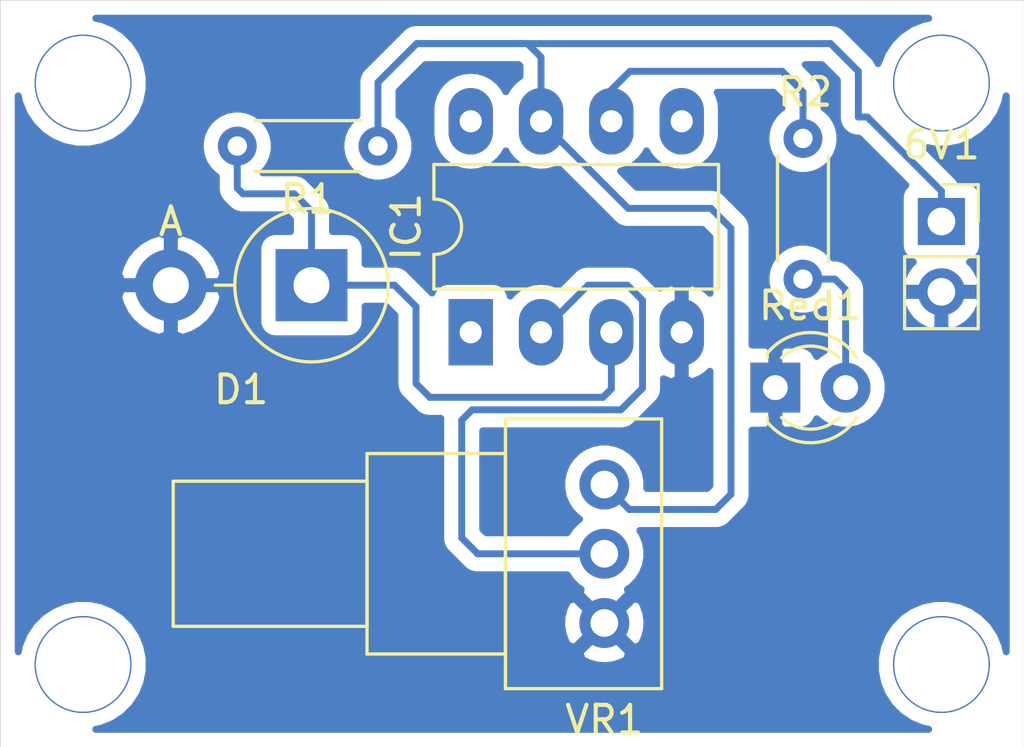
<source format=kicad_pcb>
(kicad_pcb (version 20171130) (host pcbnew "(5.1.12)-1")

  (general
    (thickness 1.6)
    (drawings 6)
    (tracks 53)
    (zones 0)
    (modules 7)
    (nets 10)
  )

  (page A4)
  (layers
    (0 F.Cu signal)
    (31 B.Cu signal)
    (32 B.Adhes user hide)
    (33 F.Adhes user hide)
    (34 B.Paste user hide)
    (35 F.Paste user hide)
    (36 B.SilkS user hide)
    (37 F.SilkS user)
    (38 B.Mask user)
    (39 F.Mask user hide)
    (40 Dwgs.User user hide)
    (41 Cmts.User user hide)
    (42 Eco1.User user hide)
    (43 Eco2.User user hide)
    (44 Edge.Cuts user hide)
    (45 Margin user hide)
    (46 B.CrtYd user hide)
    (47 F.CrtYd user hide)
    (48 B.Fab user)
    (49 F.Fab user)
  )

  (setup
    (last_trace_width 0.25)
    (trace_clearance 0.2)
    (zone_clearance 0.508)
    (zone_45_only no)
    (trace_min 0.2)
    (via_size 0.8)
    (via_drill 0.4)
    (via_min_size 0.4)
    (via_min_drill 0.3)
    (uvia_size 0.3)
    (uvia_drill 0.1)
    (uvias_allowed no)
    (uvia_min_size 0.2)
    (uvia_min_drill 0.1)
    (edge_width 0.05)
    (segment_width 0.2)
    (pcb_text_width 0.3)
    (pcb_text_size 1.5 1.5)
    (mod_edge_width 0.12)
    (mod_text_size 1 1)
    (mod_text_width 0.15)
    (pad_size 1.524 1.524)
    (pad_drill 0.762)
    (pad_to_mask_clearance 0)
    (aux_axis_origin 0 0)
    (visible_elements FFFFFF7F)
    (pcbplotparams
      (layerselection 0x010fc_ffffffff)
      (usegerberextensions false)
      (usegerberattributes true)
      (usegerberadvancedattributes true)
      (creategerberjobfile true)
      (excludeedgelayer true)
      (linewidth 0.100000)
      (plotframeref false)
      (viasonmask false)
      (mode 1)
      (useauxorigin false)
      (hpglpennumber 1)
      (hpglpenspeed 20)
      (hpglpendiameter 15.000000)
      (psnegative false)
      (psa4output false)
      (plotreference true)
      (plotvalue true)
      (plotinvisibletext false)
      (padsonsilk false)
      (subtractmaskfromsilk false)
      (outputformat 1)
      (mirror false)
      (drillshape 0)
      (scaleselection 1)
      (outputdirectory "Gerber/"))
  )

  (net 0 "")
  (net 1 Earth)
  (net 2 "Net-(6V1-Pad1)")
  (net 3 "Net-(D1-Pad1)")
  (net 4 "Net-(IC1-Pad8)")
  (net 5 "Net-(IC1-Pad6)")
  (net 6 "Net-(IC1-Pad2)")
  (net 7 "Net-(IC1-Pad5)")
  (net 8 "Net-(IC1-Pad1)")
  (net 9 "Net-(R2-Pad2)")

  (net_class Default "This is the default net class."
    (clearance 0.2)
    (trace_width 0.25)
    (via_dia 0.8)
    (via_drill 0.4)
    (uvia_dia 0.3)
    (uvia_drill 0.1)
    (add_net Earth)
    (add_net "Net-(6V1-Pad1)")
    (add_net "Net-(D1-Pad1)")
    (add_net "Net-(IC1-Pad1)")
    (add_net "Net-(IC1-Pad2)")
    (add_net "Net-(IC1-Pad5)")
    (add_net "Net-(IC1-Pad6)")
    (add_net "Net-(IC1-Pad8)")
    (add_net "Net-(R2-Pad2)")
  )

  (module Potentiometer_THT:Potentiometer_Alps_RK09Y11_Single_Horizontal (layer F.Cu) (tedit 5A3D4993) (tstamp 64DAAA3E)
    (at 119.825 87.5 180)
    (descr "Potentiometer, horizontal, Alps RK09Y11 Single, http://www.alps.com/prod/info/E/HTML/Potentiometer/RotaryPotentiometers/RK09Y11/RK09Y11_list.html")
    (tags "Potentiometer horizontal Alps RK09Y11 Single")
    (path /64DDE96F)
    (fp_text reference VR1 (at 0 -8.5) (layer F.SilkS)
      (effects (font (size 1 1) (thickness 0.15)))
    )
    (fp_text value 10K (at -3.175 0.5) (layer F.Fab)
      (effects (font (size 0.7 0.7) (thickness 0.15)))
    )
    (fp_text user %R (at 0.75 -2.5) (layer F.Fab)
      (effects (font (size 1 1) (thickness 0.15)))
    )
    (fp_line (start -1.95 -7.25) (end -1.95 2.25) (layer F.Fab) (width 0.1))
    (fp_line (start -1.95 2.25) (end 3.45 2.25) (layer F.Fab) (width 0.1))
    (fp_line (start 3.45 2.25) (end 3.45 -7.25) (layer F.Fab) (width 0.1))
    (fp_line (start 3.45 -7.25) (end -1.95 -7.25) (layer F.Fab) (width 0.1))
    (fp_line (start 3.45 -6) (end 3.45 1) (layer F.Fab) (width 0.1))
    (fp_line (start 3.45 1) (end 8.45 1) (layer F.Fab) (width 0.1))
    (fp_line (start 8.45 1) (end 8.45 -6) (layer F.Fab) (width 0.1))
    (fp_line (start 8.45 -6) (end 3.45 -6) (layer F.Fab) (width 0.1))
    (fp_line (start 8.45 -5) (end 8.45 0) (layer F.Fab) (width 0.1))
    (fp_line (start 8.45 0) (end 15.45 0) (layer F.Fab) (width 0.1))
    (fp_line (start 15.45 0) (end 15.45 -5) (layer F.Fab) (width 0.1))
    (fp_line (start 15.45 -5) (end 8.45 -5) (layer F.Fab) (width 0.1))
    (fp_line (start -2.071 -7.37) (end 3.57 -7.37) (layer F.SilkS) (width 0.12))
    (fp_line (start -2.071 2.37) (end 3.57 2.37) (layer F.SilkS) (width 0.12))
    (fp_line (start -2.071 -7.37) (end -2.071 2.37) (layer F.SilkS) (width 0.12))
    (fp_line (start 3.57 -7.37) (end 3.57 2.37) (layer F.SilkS) (width 0.12))
    (fp_line (start 3.57 -6.12) (end 8.57 -6.12) (layer F.SilkS) (width 0.12))
    (fp_line (start 3.57 1.12) (end 8.57 1.12) (layer F.SilkS) (width 0.12))
    (fp_line (start 3.57 -6.12) (end 3.57 1.12) (layer F.SilkS) (width 0.12))
    (fp_line (start 8.57 -6.12) (end 8.57 1.12) (layer F.SilkS) (width 0.12))
    (fp_line (start 8.57 -5.12) (end 15.57 -5.12) (layer F.SilkS) (width 0.12))
    (fp_line (start 8.57 0.12) (end 15.57 0.12) (layer F.SilkS) (width 0.12))
    (fp_line (start 8.57 -5.12) (end 8.57 0.12) (layer F.SilkS) (width 0.12))
    (fp_line (start 15.57 -5.12) (end 15.57 0.12) (layer F.SilkS) (width 0.12))
    (fp_line (start -2.2 -7.5) (end -2.2 2.5) (layer F.CrtYd) (width 0.05))
    (fp_line (start -2.2 2.5) (end 15.7 2.5) (layer F.CrtYd) (width 0.05))
    (fp_line (start 15.7 2.5) (end 15.7 -7.5) (layer F.CrtYd) (width 0.05))
    (fp_line (start 15.7 -7.5) (end -2.2 -7.5) (layer F.CrtYd) (width 0.05))
    (pad 1 thru_hole circle (at 0 0 180) (size 1.8 1.8) (drill 1) (layers *.Cu *.Mask)
      (net 2 "Net-(6V1-Pad1)"))
    (pad 2 thru_hole circle (at 0 -2.5 180) (size 1.8 1.8) (drill 1) (layers *.Cu *.Mask)
      (net 6 "Net-(IC1-Pad2)"))
    (pad 3 thru_hole circle (at 0 -5 180) (size 1.8 1.8) (drill 1) (layers *.Cu *.Mask)
      (net 1 Earth))
    (model ${KISYS3DMOD}/Potentiometer_THT.3dshapes/Potentiometer_Alps_RK09Y11_Single_Horizontal.wrl
      (at (xyz 0 0 0))
      (scale (xyz 1 1 1))
      (rotate (xyz 0 0 0))
    )
  )

  (module LED_THT:LED_D3.0mm (layer F.Cu) (tedit 587A3A7B) (tstamp 64DAAA1A)
    (at 126 84)
    (descr "LED, diameter 3.0mm, 2 pins")
    (tags "LED diameter 3.0mm 2 pins")
    (path /64DE0F06)
    (fp_text reference Red1 (at 1.27 -2.96) (layer F.SilkS)
      (effects (font (size 1 1) (thickness 0.15)))
    )
    (fp_text value LED (at 1.27 2.96) (layer F.Fab)
      (effects (font (size 0.7 0.7) (thickness 0.15)))
    )
    (fp_arc (start 1.27 0) (end 0.229039 1.08) (angle -87.9) (layer F.SilkS) (width 0.12))
    (fp_arc (start 1.27 0) (end 0.229039 -1.08) (angle 87.9) (layer F.SilkS) (width 0.12))
    (fp_arc (start 1.27 0) (end -0.29 1.235516) (angle -108.8) (layer F.SilkS) (width 0.12))
    (fp_arc (start 1.27 0) (end -0.29 -1.235516) (angle 108.8) (layer F.SilkS) (width 0.12))
    (fp_arc (start 1.27 0) (end -0.23 -1.16619) (angle 284.3) (layer F.Fab) (width 0.1))
    (fp_circle (center 1.27 0) (end 2.77 0) (layer F.Fab) (width 0.1))
    (fp_line (start -0.23 -1.16619) (end -0.23 1.16619) (layer F.Fab) (width 0.1))
    (fp_line (start -0.29 -1.236) (end -0.29 -1.08) (layer F.SilkS) (width 0.12))
    (fp_line (start -0.29 1.08) (end -0.29 1.236) (layer F.SilkS) (width 0.12))
    (fp_line (start -1.15 -2.25) (end -1.15 2.25) (layer F.CrtYd) (width 0.05))
    (fp_line (start -1.15 2.25) (end 3.7 2.25) (layer F.CrtYd) (width 0.05))
    (fp_line (start 3.7 2.25) (end 3.7 -2.25) (layer F.CrtYd) (width 0.05))
    (fp_line (start 3.7 -2.25) (end -1.15 -2.25) (layer F.CrtYd) (width 0.05))
    (pad 2 thru_hole circle (at 2.54 0) (size 1.8 1.8) (drill 0.9) (layers *.Cu *.Mask)
      (net 9 "Net-(R2-Pad2)"))
    (pad 1 thru_hole rect (at 0 0) (size 1.8 1.8) (drill 0.9) (layers *.Cu *.Mask)
      (net 1 Earth))
    (model ${KISYS3DMOD}/LED_THT.3dshapes/LED_D3.0mm.wrl
      (at (xyz 0 0 0))
      (scale (xyz 1 1 1))
      (rotate (xyz 0 0 0))
    )
  )

  (module Resistor_THT:R_Axial_DIN0204_L3.6mm_D1.6mm_P5.08mm_Horizontal (layer F.Cu) (tedit 5AE5139B) (tstamp 64DAAA07)
    (at 127 75 270)
    (descr "Resistor, Axial_DIN0204 series, Axial, Horizontal, pin pitch=5.08mm, 0.167W, length*diameter=3.6*1.6mm^2, http://cdn-reichelt.de/documents/datenblatt/B400/1_4W%23YAG.pdf")
    (tags "Resistor Axial_DIN0204 series Axial Horizontal pin pitch 5.08mm 0.167W length 3.6mm diameter 1.6mm")
    (path /64DDD536)
    (fp_text reference R2 (at -1.675 -0.075 180) (layer F.SilkS)
      (effects (font (size 1 1) (thickness 0.15)))
    )
    (fp_text value 100R (at 2.475 -1.875 90) (layer F.Fab)
      (effects (font (size 1 1) (thickness 0.15)))
    )
    (fp_text user %R (at 2 0 90) (layer F.Fab)
      (effects (font (size 0.72 0.72) (thickness 0.108)))
    )
    (fp_line (start 0.74 -0.8) (end 0.74 0.8) (layer F.Fab) (width 0.1))
    (fp_line (start 0.74 0.8) (end 4.34 0.8) (layer F.Fab) (width 0.1))
    (fp_line (start 4.34 0.8) (end 4.34 -0.8) (layer F.Fab) (width 0.1))
    (fp_line (start 4.34 -0.8) (end 0.74 -0.8) (layer F.Fab) (width 0.1))
    (fp_line (start 0 0) (end 0.74 0) (layer F.Fab) (width 0.1))
    (fp_line (start 5.08 0) (end 4.34 0) (layer F.Fab) (width 0.1))
    (fp_line (start 0.62 -0.92) (end 4.46 -0.92) (layer F.SilkS) (width 0.12))
    (fp_line (start 0.62 0.92) (end 4.46 0.92) (layer F.SilkS) (width 0.12))
    (fp_line (start -0.95 -1.05) (end -0.95 1.05) (layer F.CrtYd) (width 0.05))
    (fp_line (start -0.95 1.05) (end 6.03 1.05) (layer F.CrtYd) (width 0.05))
    (fp_line (start 6.03 1.05) (end 6.03 -1.05) (layer F.CrtYd) (width 0.05))
    (fp_line (start 6.03 -1.05) (end -0.95 -1.05) (layer F.CrtYd) (width 0.05))
    (pad 2 thru_hole oval (at 5.08 0 270) (size 1.4 1.4) (drill 0.7) (layers *.Cu *.Mask)
      (net 9 "Net-(R2-Pad2)"))
    (pad 1 thru_hole circle (at 0 0 270) (size 1.4 1.4) (drill 0.7) (layers *.Cu *.Mask)
      (net 5 "Net-(IC1-Pad6)"))
    (model ${KISYS3DMOD}/Resistor_THT.3dshapes/R_Axial_DIN0204_L3.6mm_D1.6mm_P5.08mm_Horizontal.wrl
      (at (xyz 0 0 0))
      (scale (xyz 1 1 1))
      (rotate (xyz 0 0 0))
    )
  )

  (module Resistor_THT:R_Axial_DIN0204_L3.6mm_D1.6mm_P5.08mm_Horizontal (layer F.Cu) (tedit 5AE5139B) (tstamp 64DAA9F4)
    (at 111.65 75.275 180)
    (descr "Resistor, Axial_DIN0204 series, Axial, Horizontal, pin pitch=5.08mm, 0.167W, length*diameter=3.6*1.6mm^2, http://cdn-reichelt.de/documents/datenblatt/B400/1_4W%23YAG.pdf")
    (tags "Resistor Axial_DIN0204 series Axial Horizontal pin pitch 5.08mm 0.167W length 3.6mm diameter 1.6mm")
    (path /64DDB948)
    (fp_text reference R1 (at 2.54 -1.92) (layer F.SilkS)
      (effects (font (size 1 1) (thickness 0.15)))
    )
    (fp_text value 330R (at 2.54 1.92) (layer F.Fab)
      (effects (font (size 1 1) (thickness 0.15)))
    )
    (fp_text user %R (at 2.54 0) (layer F.Fab)
      (effects (font (size 0.72 0.72) (thickness 0.108)))
    )
    (fp_line (start 0.74 -0.8) (end 0.74 0.8) (layer F.Fab) (width 0.1))
    (fp_line (start 0.74 0.8) (end 4.34 0.8) (layer F.Fab) (width 0.1))
    (fp_line (start 4.34 0.8) (end 4.34 -0.8) (layer F.Fab) (width 0.1))
    (fp_line (start 4.34 -0.8) (end 0.74 -0.8) (layer F.Fab) (width 0.1))
    (fp_line (start 0 0) (end 0.74 0) (layer F.Fab) (width 0.1))
    (fp_line (start 5.08 0) (end 4.34 0) (layer F.Fab) (width 0.1))
    (fp_line (start 0.62 -0.92) (end 4.46 -0.92) (layer F.SilkS) (width 0.12))
    (fp_line (start 0.62 0.92) (end 4.46 0.92) (layer F.SilkS) (width 0.12))
    (fp_line (start -0.95 -1.05) (end -0.95 1.05) (layer F.CrtYd) (width 0.05))
    (fp_line (start -0.95 1.05) (end 6.03 1.05) (layer F.CrtYd) (width 0.05))
    (fp_line (start 6.03 1.05) (end 6.03 -1.05) (layer F.CrtYd) (width 0.05))
    (fp_line (start 6.03 -1.05) (end -0.95 -1.05) (layer F.CrtYd) (width 0.05))
    (pad 2 thru_hole oval (at 5.08 0 180) (size 1.4 1.4) (drill 0.7) (layers *.Cu *.Mask)
      (net 3 "Net-(D1-Pad1)"))
    (pad 1 thru_hole circle (at 0 0 180) (size 1.4 1.4) (drill 0.7) (layers *.Cu *.Mask)
      (net 2 "Net-(6V1-Pad1)"))
    (model ${KISYS3DMOD}/Resistor_THT.3dshapes/R_Axial_DIN0204_L3.6mm_D1.6mm_P5.08mm_Horizontal.wrl
      (at (xyz 0 0 0))
      (scale (xyz 1 1 1))
      (rotate (xyz 0 0 0))
    )
  )

  (module Package_DIP:DIP-8_W7.62mm_LongPads (layer F.Cu) (tedit 5A02E8C5) (tstamp 64DAA9E1)
    (at 115 82 90)
    (descr "8-lead though-hole mounted DIP package, row spacing 7.62 mm (300 mils), LongPads")
    (tags "THT DIP DIL PDIP 2.54mm 7.62mm 300mil LongPads")
    (path /64DDD863)
    (fp_text reference IC1 (at 3.81 -2.33 90) (layer F.SilkS)
      (effects (font (size 1 1) (thickness 0.15)))
    )
    (fp_text value CA3140 (at 3.81 9.95 90) (layer F.Fab)
      (effects (font (size 1 1) (thickness 0.15)))
    )
    (fp_text user %R (at 3.81 3.81 90) (layer F.Fab)
      (effects (font (size 1 1) (thickness 0.15)))
    )
    (fp_arc (start 3.81 -1.33) (end 2.81 -1.33) (angle -180) (layer F.SilkS) (width 0.12))
    (fp_line (start 1.635 -1.27) (end 6.985 -1.27) (layer F.Fab) (width 0.1))
    (fp_line (start 6.985 -1.27) (end 6.985 8.89) (layer F.Fab) (width 0.1))
    (fp_line (start 6.985 8.89) (end 0.635 8.89) (layer F.Fab) (width 0.1))
    (fp_line (start 0.635 8.89) (end 0.635 -0.27) (layer F.Fab) (width 0.1))
    (fp_line (start 0.635 -0.27) (end 1.635 -1.27) (layer F.Fab) (width 0.1))
    (fp_line (start 2.81 -1.33) (end 1.56 -1.33) (layer F.SilkS) (width 0.12))
    (fp_line (start 1.56 -1.33) (end 1.56 8.95) (layer F.SilkS) (width 0.12))
    (fp_line (start 1.56 8.95) (end 6.06 8.95) (layer F.SilkS) (width 0.12))
    (fp_line (start 6.06 8.95) (end 6.06 -1.33) (layer F.SilkS) (width 0.12))
    (fp_line (start 6.06 -1.33) (end 4.81 -1.33) (layer F.SilkS) (width 0.12))
    (fp_line (start -1.45 -1.55) (end -1.45 9.15) (layer F.CrtYd) (width 0.05))
    (fp_line (start -1.45 9.15) (end 9.1 9.15) (layer F.CrtYd) (width 0.05))
    (fp_line (start 9.1 9.15) (end 9.1 -1.55) (layer F.CrtYd) (width 0.05))
    (fp_line (start 9.1 -1.55) (end -1.45 -1.55) (layer F.CrtYd) (width 0.05))
    (pad 8 thru_hole oval (at 7.62 0 90) (size 2.4 1.6) (drill 0.8) (layers *.Cu *.Mask)
      (net 4 "Net-(IC1-Pad8)"))
    (pad 4 thru_hole oval (at 0 7.62 90) (size 2.4 1.6) (drill 0.8) (layers *.Cu *.Mask)
      (net 1 Earth))
    (pad 7 thru_hole oval (at 7.62 2.54 90) (size 2.4 1.6) (drill 0.8) (layers *.Cu *.Mask)
      (net 2 "Net-(6V1-Pad1)"))
    (pad 3 thru_hole oval (at 0 5.08 90) (size 2.4 1.6) (drill 0.8) (layers *.Cu *.Mask)
      (net 3 "Net-(D1-Pad1)"))
    (pad 6 thru_hole oval (at 7.62 5.08 90) (size 2.4 1.6) (drill 0.8) (layers *.Cu *.Mask)
      (net 5 "Net-(IC1-Pad6)"))
    (pad 2 thru_hole oval (at 0 2.54 90) (size 2.4 1.6) (drill 0.8) (layers *.Cu *.Mask)
      (net 6 "Net-(IC1-Pad2)"))
    (pad 5 thru_hole oval (at 7.62 7.62 90) (size 2.4 1.6) (drill 0.8) (layers *.Cu *.Mask)
      (net 7 "Net-(IC1-Pad5)"))
    (pad 1 thru_hole rect (at 0 0 90) (size 2.4 1.6) (drill 0.8) (layers *.Cu *.Mask)
      (net 8 "Net-(IC1-Pad1)"))
    (model ${KISYS3DMOD}/Package_DIP.3dshapes/DIP-8_W7.62mm.wrl
      (at (xyz 0 0 0))
      (scale (xyz 1 1 1))
      (rotate (xyz 0 0 0))
    )
  )

  (module Diode_THT:D_DO-201AE_P5.08mm_Vertical_AnodeUp (layer F.Cu) (tedit 5AE50CD5) (tstamp 64DAA9C5)
    (at 109.25 80.3 180)
    (descr "Diode, DO-201AE series, Axial, Vertical, pin pitch=5.08mm, , length*diameter=9*5.3mm^2, , http://www.farnell.com/datasheets/529758.pdf")
    (tags "Diode DO-201AE series Axial Vertical pin pitch 5.08mm  length 9mm diameter 5.3mm")
    (path /64DDFE1E)
    (fp_text reference D1 (at 2.54 -3.77) (layer F.SilkS)
      (effects (font (size 1 1) (thickness 0.15)))
    )
    (fp_text value D_Zener_Small_ALT (at 2.54 3.77) (layer F.Fab)
      (effects (font (size 0.7 0.7) (thickness 0.15)))
    )
    (fp_text user A (at 5.08 2.3) (layer F.SilkS)
      (effects (font (size 1 1) (thickness 0.15)))
    )
    (fp_text user A (at 5.08 2.3) (layer F.Fab)
      (effects (font (size 1 1) (thickness 0.15)))
    )
    (fp_text user %R (at 2.54 -3.77) (layer F.Fab)
      (effects (font (size 1 1) (thickness 0.15)))
    )
    (fp_circle (center 0 0) (end 2.65 0) (layer F.Fab) (width 0.1))
    (fp_circle (center 0 0) (end 2.77 0) (layer F.SilkS) (width 0.12))
    (fp_line (start 0 0) (end 5.08 0) (layer F.Fab) (width 0.1))
    (fp_line (start 2.77 0) (end 3.48 0) (layer F.SilkS) (width 0.12))
    (fp_line (start -2.9 -2.9) (end -2.9 2.9) (layer F.CrtYd) (width 0.05))
    (fp_line (start -2.9 2.9) (end 6.64 2.9) (layer F.CrtYd) (width 0.05))
    (fp_line (start 6.64 2.9) (end 6.64 -2.9) (layer F.CrtYd) (width 0.05))
    (fp_line (start 6.64 -2.9) (end -2.9 -2.9) (layer F.CrtYd) (width 0.05))
    (pad 2 thru_hole oval (at 5.08 0 180) (size 2.6 2.6) (drill 1.3) (layers *.Cu *.Mask)
      (net 1 Earth))
    (pad 1 thru_hole rect (at 0 0 180) (size 2.6 2.6) (drill 1.3) (layers *.Cu *.Mask)
      (net 3 "Net-(D1-Pad1)"))
    (model ${KISYS3DMOD}/Diode_THT.3dshapes/D_DO-201AE_P5.08mm_Vertical_AnodeUp.wrl
      (at (xyz 0 0 0))
      (scale (xyz 1 1 1))
      (rotate (xyz 0 0 0))
    )
  )

  (module Connector_PinSocket_2.54mm:PinSocket_1x02_P2.54mm_Vertical (layer F.Cu) (tedit 5A19A420) (tstamp 64DAA9B4)
    (at 132 78)
    (descr "Through hole straight socket strip, 1x02, 2.54mm pitch, single row (from Kicad 4.0.7), script generated")
    (tags "Through hole socket strip THT 1x02 2.54mm single row")
    (path /64DE1CDA)
    (fp_text reference 6V1 (at 0 -2.77) (layer F.SilkS)
      (effects (font (size 1 1) (thickness 0.15)))
    )
    (fp_text value Battery (at 0 5.31) (layer F.Fab)
      (effects (font (size 0.7 0.7) (thickness 0.15)))
    )
    (fp_text user %R (at 1.2 1.825 90) (layer F.Fab)
      (effects (font (size 1 1) (thickness 0.15)))
    )
    (fp_line (start -1.27 -1.27) (end 0.635 -1.27) (layer F.Fab) (width 0.1))
    (fp_line (start 0.635 -1.27) (end 1.27 -0.635) (layer F.Fab) (width 0.1))
    (fp_line (start 1.27 -0.635) (end 1.27 3.81) (layer F.Fab) (width 0.1))
    (fp_line (start 1.27 3.81) (end -1.27 3.81) (layer F.Fab) (width 0.1))
    (fp_line (start -1.27 3.81) (end -1.27 -1.27) (layer F.Fab) (width 0.1))
    (fp_line (start -1.33 1.27) (end 1.33 1.27) (layer F.SilkS) (width 0.12))
    (fp_line (start -1.33 1.27) (end -1.33 3.87) (layer F.SilkS) (width 0.12))
    (fp_line (start -1.33 3.87) (end 1.33 3.87) (layer F.SilkS) (width 0.12))
    (fp_line (start 1.33 1.27) (end 1.33 3.87) (layer F.SilkS) (width 0.12))
    (fp_line (start 1.33 -1.33) (end 1.33 0) (layer F.SilkS) (width 0.12))
    (fp_line (start 0 -1.33) (end 1.33 -1.33) (layer F.SilkS) (width 0.12))
    (fp_line (start -1.8 -1.8) (end 1.75 -1.8) (layer F.CrtYd) (width 0.05))
    (fp_line (start 1.75 -1.8) (end 1.75 4.3) (layer F.CrtYd) (width 0.05))
    (fp_line (start 1.75 4.3) (end -1.8 4.3) (layer F.CrtYd) (width 0.05))
    (fp_line (start -1.8 4.3) (end -1.8 -1.8) (layer F.CrtYd) (width 0.05))
    (pad 2 thru_hole oval (at 0 2.54) (size 1.7 1.7) (drill 1) (layers *.Cu *.Mask)
      (net 1 Earth))
    (pad 1 thru_hole rect (at 0 0) (size 1.7 1.7) (drill 1) (layers *.Cu *.Mask)
      (net 2 "Net-(6V1-Pad1)"))
    (model ${KISYS3DMOD}/Connector_PinSocket_2.54mm.3dshapes/PinSocket_1x02_P2.54mm_Vertical.wrl
      (at (xyz 0 0 0))
      (scale (xyz 1 1 1))
      (rotate (xyz 0 0 0))
    )
  )

  (gr_line (start -19.125 25.175) (end -17.125 25.175) (layer Edge.Cuts) (width 0.05) (tstamp 64DA1CB2))
  (gr_line (start 98 70) (end 99 70) (layer Edge.Cuts) (width 0.05) (tstamp 64DAB60C))
  (gr_line (start 98 97) (end 98 70) (layer Edge.Cuts) (width 0.05))
  (gr_line (start 135 97) (end 98 97) (layer Edge.Cuts) (width 0.05))
  (gr_line (start 135 70) (end 135 97) (layer Edge.Cuts) (width 0.05))
  (gr_line (start 99 70) (end 135 70) (layer Edge.Cuts) (width 0.05))

  (via (at 101 73) (size 3.5) (drill 3.4) (layers F.Cu B.Cu) (net 0))
  (via (at 101 94) (size 3.5) (drill 3.4) (layers F.Cu B.Cu) (net 0) (tstamp 64DA1CB3))
  (via (at 132 94) (size 3.5) (drill 3.4) (layers F.Cu B.Cu) (net 0) (tstamp 64DA1CB3))
  (via (at 132 73) (size 3.5) (drill 3.4) (layers F.Cu B.Cu) (net 0) (tstamp 64DA1CB3))
  (segment (start 111.65 75.275) (end 111.65 72.975) (width 0.25) (layer B.Cu) (net 2))
  (segment (start 111.65 72.975) (end 112.775 71.85) (width 0.25) (layer B.Cu) (net 2))
  (segment (start 113.05 71.575) (end 112.775 71.85) (width 0.25) (layer B.Cu) (net 2))
  (segment (start 117.54 72.065) (end 117.54 74.38) (width 0.25) (layer B.Cu) (net 2))
  (segment (start 117.05 71.575) (end 117.54 72.065) (width 0.25) (layer B.Cu) (net 2))
  (segment (start 113.05 71.575) (end 117.05 71.575) (width 0.25) (layer B.Cu) (net 2))
  (segment (start 120.724999 88.399999) (end 119.825 87.5) (width 0.25) (layer B.Cu) (net 2))
  (segment (start 117.54 74.38) (end 120.685 77.525) (width 0.25) (layer B.Cu) (net 2))
  (segment (start 120.685 77.525) (end 123.675 77.525) (width 0.25) (layer B.Cu) (net 2))
  (segment (start 123.675 77.525) (end 124.4 78.25) (width 0.25) (layer B.Cu) (net 2))
  (segment (start 123.85 88.4) (end 120.724999 88.399999) (width 0.25) (layer B.Cu) (net 2))
  (segment (start 124.4 87.85) (end 123.85 88.4) (width 0.25) (layer B.Cu) (net 2))
  (segment (start 124.4 78.25) (end 124.4 87.85) (width 0.25) (layer B.Cu) (net 2))
  (segment (start 129.325 74.225) (end 132 76.9) (width 0.25) (layer B.Cu) (net 2))
  (segment (start 129 74.225) (end 129.325 74.225) (width 0.25) (layer B.Cu) (net 2))
  (segment (start 129 72.575) (end 129 74.225) (width 0.25) (layer B.Cu) (net 2))
  (segment (start 128 71.575) (end 129 72.575) (width 0.25) (layer B.Cu) (net 2))
  (segment (start 132 76.9) (end 132 78) (width 0.25) (layer B.Cu) (net 2))
  (segment (start 113.05 71.575) (end 128 71.575) (width 0.25) (layer B.Cu) (net 2))
  (segment (start 109.25 80.3) (end 109.25 77.625) (width 0.25) (layer B.Cu) (net 3))
  (segment (start 109.25 77.625) (end 108.625 77) (width 0.25) (layer B.Cu) (net 3))
  (segment (start 108.625 77) (end 106.775 77) (width 0.25) (layer B.Cu) (net 3))
  (segment (start 106.57 76.795) (end 106.57 75.275) (width 0.25) (layer B.Cu) (net 3))
  (segment (start 106.775 77) (end 106.57 76.795) (width 0.25) (layer B.Cu) (net 3))
  (segment (start 109.25 80.3) (end 112.25 80.3) (width 0.25) (layer B.Cu) (net 3))
  (segment (start 112.25 80.3) (end 113.025 81.075) (width 0.25) (layer B.Cu) (net 3))
  (segment (start 113.025 81.075) (end 113.025 83.85) (width 0.25) (layer B.Cu) (net 3))
  (segment (start 113.025 83.85) (end 113.525 84.35) (width 0.25) (layer B.Cu) (net 3))
  (segment (start 113.525 84.35) (end 119.775 84.35) (width 0.25) (layer B.Cu) (net 3))
  (segment (start 120.08 84.045) (end 120.08 82) (width 0.25) (layer B.Cu) (net 3))
  (segment (start 119.775 84.35) (end 120.08 84.045) (width 0.25) (layer B.Cu) (net 3))
  (segment (start 120.08 74.38) (end 120.08 73.245) (width 0.25) (layer B.Cu) (net 5))
  (segment (start 120.08 73.245) (end 120.75 72.575) (width 0.25) (layer B.Cu) (net 5))
  (segment (start 120.75 72.575) (end 126.25 72.575) (width 0.25) (layer B.Cu) (net 5))
  (segment (start 127 73.325) (end 127 75) (width 0.25) (layer B.Cu) (net 5))
  (segment (start 126.25 72.575) (end 127 73.325) (width 0.25) (layer B.Cu) (net 5))
  (segment (start 115.25 90) (end 119.825 90) (width 0.25) (layer B.Cu) (net 6))
  (segment (start 114.675 89.425) (end 115.25 90) (width 0.25) (layer B.Cu) (net 6))
  (segment (start 114.675 85.175) (end 114.675 89.425) (width 0.25) (layer B.Cu) (net 6))
  (segment (start 115.04999 84.80001) (end 114.675 85.175) (width 0.25) (layer B.Cu) (net 6))
  (segment (start 120.42499 84.80001) (end 115.04999 84.80001) (width 0.25) (layer B.Cu) (net 6))
  (segment (start 121.20501 84.01999) (end 120.42499 84.80001) (width 0.25) (layer B.Cu) (net 6))
  (segment (start 121.20501 80.844026) (end 121.20501 84.01999) (width 0.25) (layer B.Cu) (net 6))
  (segment (start 120.660984 80.3) (end 121.20501 80.844026) (width 0.25) (layer B.Cu) (net 6))
  (segment (start 119.24 80.3) (end 120.660984 80.3) (width 0.25) (layer B.Cu) (net 6))
  (segment (start 117.54 82) (end 119.24 80.3) (width 0.25) (layer B.Cu) (net 6))
  (segment (start 128.155 80.08) (end 127 80.08) (width 0.25) (layer B.Cu) (net 9))
  (segment (start 128.54 80.465) (end 128.155 80.08) (width 0.25) (layer B.Cu) (net 9))
  (segment (start 128.54 84) (end 128.54 80.465) (width 0.25) (layer B.Cu) (net 9))

  (zone (net 1) (net_name Earth) (layer B.Cu) (tstamp 64DAB6CC) (hatch edge 0.508)
    (connect_pads (clearance 0.508))
    (min_thickness 0.254)
    (fill yes (arc_segments 32) (thermal_gap 0.508) (thermal_bridge_width 0.508))
    (polygon
      (pts
        (xy 135 97) (xy 98 97) (xy 98 70) (xy 135 70)
      )
    )
    (filled_polygon
      (pts
        (xy 131.304321 70.706654) (xy 130.870279 70.88644) (xy 130.479651 71.14745) (xy 130.14745 71.479651) (xy 129.88644 71.870279)
        (xy 129.709791 72.296747) (xy 129.705546 72.282753) (xy 129.634974 72.150724) (xy 129.563799 72.063997) (xy 129.540001 72.034999)
        (xy 129.511003 72.011201) (xy 128.563804 71.064002) (xy 128.540001 71.034999) (xy 128.424276 70.940026) (xy 128.292247 70.869454)
        (xy 128.148986 70.825997) (xy 128.037333 70.815) (xy 128.037322 70.815) (xy 128 70.811324) (xy 127.962678 70.815)
        (xy 117.087322 70.815) (xy 117.05 70.811324) (xy 117.012678 70.815) (xy 113.087325 70.815) (xy 113.05 70.811324)
        (xy 113.012675 70.815) (xy 113.012667 70.815) (xy 112.901014 70.825997) (xy 112.757753 70.869454) (xy 112.625724 70.940026)
        (xy 112.509999 71.034999) (xy 112.486196 71.064003) (xy 112.264003 71.286196) (xy 112.263997 71.286201) (xy 111.138998 72.411201)
        (xy 111.11 72.434999) (xy 111.086202 72.463997) (xy 111.086201 72.463998) (xy 111.015026 72.550724) (xy 110.944454 72.682754)
        (xy 110.931947 72.723986) (xy 110.904642 72.814003) (xy 110.900998 72.826015) (xy 110.886324 72.975) (xy 110.890001 73.012332)
        (xy 110.89 74.177225) (xy 110.798987 74.238038) (xy 110.613038 74.423987) (xy 110.466939 74.642641) (xy 110.366304 74.885595)
        (xy 110.315 75.143514) (xy 110.315 75.406486) (xy 110.366304 75.664405) (xy 110.466939 75.907359) (xy 110.613038 76.126013)
        (xy 110.798987 76.311962) (xy 111.017641 76.458061) (xy 111.260595 76.558696) (xy 111.518514 76.61) (xy 111.781486 76.61)
        (xy 112.039405 76.558696) (xy 112.282359 76.458061) (xy 112.501013 76.311962) (xy 112.686962 76.126013) (xy 112.833061 75.907359)
        (xy 112.933696 75.664405) (xy 112.985 75.406486) (xy 112.985 75.143514) (xy 112.933696 74.885595) (xy 112.833061 74.642641)
        (xy 112.686962 74.423987) (xy 112.501013 74.238038) (xy 112.41 74.177225) (xy 112.41 73.289801) (xy 113.338799 72.361003)
        (xy 113.338804 72.360997) (xy 113.364801 72.335) (xy 116.735199 72.335) (xy 116.78 72.379801) (xy 116.78 72.759099)
        (xy 116.738899 72.781068) (xy 116.520392 72.960393) (xy 116.341068 73.1789) (xy 116.27 73.311858) (xy 116.198932 73.178899)
        (xy 116.019607 72.960392) (xy 115.8011 72.781068) (xy 115.551807 72.647818) (xy 115.281308 72.565764) (xy 115 72.538057)
        (xy 114.718691 72.565764) (xy 114.448192 72.647818) (xy 114.198899 72.781068) (xy 113.980392 72.960393) (xy 113.801068 73.1789)
        (xy 113.667818 73.428193) (xy 113.585764 73.698692) (xy 113.565 73.909509) (xy 113.565 74.850492) (xy 113.585764 75.061309)
        (xy 113.667818 75.331808) (xy 113.801068 75.581101) (xy 113.980393 75.799608) (xy 114.1989 75.978932) (xy 114.448193 76.112182)
        (xy 114.718692 76.194236) (xy 115 76.221943) (xy 115.281309 76.194236) (xy 115.551808 76.112182) (xy 115.801101 75.978932)
        (xy 116.019608 75.799608) (xy 116.198932 75.581101) (xy 116.27 75.448142) (xy 116.341068 75.581101) (xy 116.520393 75.799608)
        (xy 116.7389 75.978932) (xy 116.988193 76.112182) (xy 117.258692 76.194236) (xy 117.54 76.221943) (xy 117.821309 76.194236)
        (xy 118.091808 76.112182) (xy 118.160607 76.075408) (xy 120.1212 78.036002) (xy 120.144999 78.065001) (xy 120.260724 78.159974)
        (xy 120.392753 78.230546) (xy 120.536014 78.274003) (xy 120.647667 78.285) (xy 120.647675 78.285) (xy 120.685 78.288676)
        (xy 120.722325 78.285) (xy 123.360199 78.285) (xy 123.64 78.564802) (xy 123.64 80.592508) (xy 123.544895 80.4955)
        (xy 123.311646 80.336285) (xy 123.051818 80.225633) (xy 122.969039 80.208096) (xy 122.747 80.330085) (xy 122.747 81.873)
        (xy 122.767 81.873) (xy 122.767 82.127) (xy 122.747 82.127) (xy 122.747 83.669915) (xy 122.969039 83.791904)
        (xy 123.051818 83.774367) (xy 123.311646 83.663715) (xy 123.544895 83.5045) (xy 123.640001 83.407492) (xy 123.640001 87.535197)
        (xy 123.535197 87.640001) (xy 121.36 87.639999) (xy 121.36 87.348816) (xy 121.301011 87.052257) (xy 121.185299 86.772905)
        (xy 121.017312 86.521495) (xy 120.803505 86.307688) (xy 120.552095 86.139701) (xy 120.272743 86.023989) (xy 119.976184 85.965)
        (xy 119.673816 85.965) (xy 119.377257 86.023989) (xy 119.097905 86.139701) (xy 118.846495 86.307688) (xy 118.632688 86.521495)
        (xy 118.464701 86.772905) (xy 118.348989 87.052257) (xy 118.29 87.348816) (xy 118.29 87.651184) (xy 118.348989 87.947743)
        (xy 118.464701 88.227095) (xy 118.632688 88.478505) (xy 118.846495 88.692312) (xy 118.932831 88.75) (xy 118.846495 88.807688)
        (xy 118.632688 89.021495) (xy 118.486687 89.24) (xy 115.564802 89.24) (xy 115.435 89.110199) (xy 115.435 85.56001)
        (xy 120.387668 85.56001) (xy 120.42499 85.563686) (xy 120.462312 85.56001) (xy 120.462323 85.56001) (xy 120.573976 85.549013)
        (xy 120.717237 85.505556) (xy 120.849266 85.434984) (xy 120.964991 85.340011) (xy 120.988793 85.311008) (xy 121.716012 84.583789)
        (xy 121.745011 84.559991) (xy 121.839984 84.444266) (xy 121.910556 84.312237) (xy 121.954013 84.168976) (xy 121.96501 84.057323)
        (xy 121.96501 84.057313) (xy 121.968686 84.01999) (xy 121.96501 83.982667) (xy 121.96501 83.679326) (xy 122.188182 83.774367)
        (xy 122.270961 83.791904) (xy 122.493 83.669915) (xy 122.493 82.127) (xy 122.473 82.127) (xy 122.473 81.873)
        (xy 122.493 81.873) (xy 122.493 80.330085) (xy 122.270961 80.208096) (xy 122.188182 80.225633) (xy 121.928354 80.336285)
        (xy 121.82781 80.404916) (xy 121.768809 80.333023) (xy 121.745011 80.304025) (xy 121.716013 80.280228) (xy 121.224787 79.789002)
        (xy 121.200985 79.759999) (xy 121.08526 79.665026) (xy 120.953231 79.594454) (xy 120.80997 79.550997) (xy 120.698317 79.54)
        (xy 120.698306 79.54) (xy 120.660984 79.536324) (xy 120.623662 79.54) (xy 119.277322 79.54) (xy 119.239999 79.536324)
        (xy 119.202676 79.54) (xy 119.202667 79.54) (xy 119.091014 79.550997) (xy 118.947753 79.594454) (xy 118.815723 79.665026)
        (xy 118.732083 79.733668) (xy 118.699999 79.759999) (xy 118.676201 79.788997) (xy 118.160606 80.304592) (xy 118.091807 80.267818)
        (xy 117.821308 80.185764) (xy 117.54 80.158057) (xy 117.258691 80.185764) (xy 116.988192 80.267818) (xy 116.738899 80.401068)
        (xy 116.520392 80.580393) (xy 116.427581 80.693483) (xy 116.425812 80.675518) (xy 116.389502 80.55582) (xy 116.330537 80.445506)
        (xy 116.251185 80.348815) (xy 116.154494 80.269463) (xy 116.04418 80.210498) (xy 115.924482 80.174188) (xy 115.8 80.161928)
        (xy 114.2 80.161928) (xy 114.075518 80.174188) (xy 113.95582 80.210498) (xy 113.845506 80.269463) (xy 113.748815 80.348815)
        (xy 113.669463 80.445506) (xy 113.610498 80.55582) (xy 113.602831 80.581095) (xy 113.588799 80.563997) (xy 113.565001 80.534999)
        (xy 113.536004 80.511202) (xy 112.813803 79.789002) (xy 112.790001 79.759999) (xy 112.674276 79.665026) (xy 112.542247 79.594454)
        (xy 112.398986 79.550997) (xy 112.287333 79.54) (xy 112.287322 79.54) (xy 112.25 79.536324) (xy 112.212678 79.54)
        (xy 111.188072 79.54) (xy 111.188072 79) (xy 111.175812 78.875518) (xy 111.139502 78.75582) (xy 111.080537 78.645506)
        (xy 111.001185 78.548815) (xy 110.904494 78.469463) (xy 110.79418 78.410498) (xy 110.674482 78.374188) (xy 110.55 78.361928)
        (xy 110.01 78.361928) (xy 110.01 77.662322) (xy 110.013676 77.624999) (xy 110.01 77.587676) (xy 110.01 77.587667)
        (xy 109.999003 77.476014) (xy 109.955546 77.332753) (xy 109.884974 77.200724) (xy 109.842513 77.148985) (xy 109.813799 77.113996)
        (xy 109.813795 77.113992) (xy 109.790001 77.084999) (xy 109.761008 77.061205) (xy 109.188803 76.489002) (xy 109.165001 76.459999)
        (xy 109.049276 76.365026) (xy 108.917247 76.294454) (xy 108.773986 76.250997) (xy 108.662333 76.24) (xy 108.662322 76.24)
        (xy 108.625 76.236324) (xy 108.587678 76.24) (xy 107.492975 76.24) (xy 107.606962 76.126013) (xy 107.753061 75.907359)
        (xy 107.853696 75.664405) (xy 107.905 75.406486) (xy 107.905 75.143514) (xy 107.853696 74.885595) (xy 107.753061 74.642641)
        (xy 107.606962 74.423987) (xy 107.421013 74.238038) (xy 107.202359 74.091939) (xy 106.959405 73.991304) (xy 106.701486 73.94)
        (xy 106.438514 73.94) (xy 106.180595 73.991304) (xy 105.937641 74.091939) (xy 105.718987 74.238038) (xy 105.533038 74.423987)
        (xy 105.386939 74.642641) (xy 105.286304 74.885595) (xy 105.235 75.143514) (xy 105.235 75.406486) (xy 105.286304 75.664405)
        (xy 105.386939 75.907359) (xy 105.533038 76.126013) (xy 105.718987 76.311962) (xy 105.81 76.372775) (xy 105.81 76.757677)
        (xy 105.806324 76.795) (xy 105.81 76.832322) (xy 105.81 76.832332) (xy 105.820997 76.943985) (xy 105.852848 77.048985)
        (xy 105.864454 77.087246) (xy 105.935026 77.219276) (xy 105.974871 77.267826) (xy 106.029999 77.335001) (xy 106.059003 77.358804)
        (xy 106.211196 77.510997) (xy 106.234999 77.540001) (xy 106.350724 77.634974) (xy 106.482753 77.705546) (xy 106.626014 77.749003)
        (xy 106.737667 77.76) (xy 106.737675 77.76) (xy 106.775 77.763676) (xy 106.812325 77.76) (xy 108.310198 77.76)
        (xy 108.490001 77.939803) (xy 108.490001 78.361928) (xy 107.95 78.361928) (xy 107.825518 78.374188) (xy 107.70582 78.410498)
        (xy 107.595506 78.469463) (xy 107.498815 78.548815) (xy 107.419463 78.645506) (xy 107.360498 78.75582) (xy 107.324188 78.875518)
        (xy 107.311928 79) (xy 107.311928 81.6) (xy 107.324188 81.724482) (xy 107.360498 81.84418) (xy 107.419463 81.954494)
        (xy 107.498815 82.051185) (xy 107.595506 82.130537) (xy 107.70582 82.189502) (xy 107.825518 82.225812) (xy 107.95 82.238072)
        (xy 110.55 82.238072) (xy 110.674482 82.225812) (xy 110.79418 82.189502) (xy 110.904494 82.130537) (xy 111.001185 82.051185)
        (xy 111.080537 81.954494) (xy 111.139502 81.84418) (xy 111.175812 81.724482) (xy 111.188072 81.6) (xy 111.188072 81.06)
        (xy 111.935199 81.06) (xy 112.265 81.389802) (xy 112.265001 83.812668) (xy 112.261324 83.85) (xy 112.265001 83.887333)
        (xy 112.275998 83.998986) (xy 112.287327 84.036334) (xy 112.319454 84.142246) (xy 112.390026 84.274276) (xy 112.441705 84.337246)
        (xy 112.485 84.390001) (xy 112.513998 84.413799) (xy 112.961196 84.860997) (xy 112.984999 84.890001) (xy 113.100724 84.984974)
        (xy 113.232753 85.055546) (xy 113.376014 85.099003) (xy 113.487667 85.11) (xy 113.487675 85.11) (xy 113.525 85.113676)
        (xy 113.562325 85.11) (xy 113.917725 85.11) (xy 113.915 85.137668) (xy 113.915 85.137678) (xy 113.911324 85.175)
        (xy 113.915 85.212323) (xy 113.915001 89.387668) (xy 113.911324 89.425) (xy 113.925998 89.573985) (xy 113.969454 89.717246)
        (xy 114.040026 89.849276) (xy 114.111201 89.936002) (xy 114.135 89.965001) (xy 114.163998 89.988799) (xy 114.6862 90.511002)
        (xy 114.709999 90.540001) (xy 114.825724 90.634974) (xy 114.957753 90.705546) (xy 115.101014 90.749003) (xy 115.212667 90.76)
        (xy 115.212675 90.76) (xy 115.25 90.763676) (xy 115.287325 90.76) (xy 118.486687 90.76) (xy 118.632688 90.978505)
        (xy 118.846495 91.192312) (xy 118.98931 91.287738) (xy 118.940525 91.43592) (xy 119.825 92.320395) (xy 120.709475 91.43592)
        (xy 120.66069 91.287738) (xy 120.803505 91.192312) (xy 121.017312 90.978505) (xy 121.185299 90.727095) (xy 121.301011 90.447743)
        (xy 121.36 90.151184) (xy 121.36 89.848816) (xy 121.301011 89.552257) (xy 121.185299 89.272905) (xy 121.109857 89.159998)
        (xy 123.812677 89.16) (xy 123.85 89.163676) (xy 123.887322 89.16) (xy 123.887332 89.16) (xy 123.998985 89.149003)
        (xy 124.142246 89.105546) (xy 124.14225 89.105544) (xy 124.274276 89.034974) (xy 124.361002 88.963799) (xy 124.361003 88.963798)
        (xy 124.39 88.940001) (xy 124.413797 88.911004) (xy 124.911007 88.413795) (xy 124.940001 88.390001) (xy 124.963795 88.361008)
        (xy 124.963799 88.361004) (xy 125.034973 88.274277) (xy 125.047407 88.251015) (xy 125.105546 88.142247) (xy 125.149003 87.998986)
        (xy 125.16 87.887333) (xy 125.16 87.887324) (xy 125.163676 87.850001) (xy 125.16 87.812678) (xy 125.16 85.537772)
        (xy 125.71425 85.535) (xy 125.873 85.37625) (xy 125.873 84.127) (xy 125.853 84.127) (xy 125.853 83.873)
        (xy 125.873 83.873) (xy 125.873 82.62375) (xy 125.71425 82.465) (xy 125.16 82.462228) (xy 125.16 79.948514)
        (xy 125.665 79.948514) (xy 125.665 80.211486) (xy 125.716304 80.469405) (xy 125.816939 80.712359) (xy 125.963038 80.931013)
        (xy 126.148987 81.116962) (xy 126.367641 81.263061) (xy 126.610595 81.363696) (xy 126.868514 81.415) (xy 127.131486 81.415)
        (xy 127.389405 81.363696) (xy 127.632359 81.263061) (xy 127.780001 81.164411) (xy 127.78 82.661687) (xy 127.561495 82.807688)
        (xy 127.495056 82.874127) (xy 127.489502 82.85582) (xy 127.430537 82.745506) (xy 127.351185 82.648815) (xy 127.254494 82.569463)
        (xy 127.14418 82.510498) (xy 127.024482 82.474188) (xy 126.9 82.461928) (xy 126.28575 82.465) (xy 126.127 82.62375)
        (xy 126.127 83.873) (xy 126.147 83.873) (xy 126.147 84.127) (xy 126.127 84.127) (xy 126.127 85.37625)
        (xy 126.28575 85.535) (xy 126.9 85.538072) (xy 127.024482 85.525812) (xy 127.14418 85.489502) (xy 127.254494 85.430537)
        (xy 127.351185 85.351185) (xy 127.430537 85.254494) (xy 127.489502 85.14418) (xy 127.495056 85.125873) (xy 127.561495 85.192312)
        (xy 127.812905 85.360299) (xy 128.092257 85.476011) (xy 128.388816 85.535) (xy 128.691184 85.535) (xy 128.987743 85.476011)
        (xy 129.267095 85.360299) (xy 129.518505 85.192312) (xy 129.732312 84.978505) (xy 129.900299 84.727095) (xy 130.016011 84.447743)
        (xy 130.075 84.151184) (xy 130.075 83.848816) (xy 130.016011 83.552257) (xy 129.900299 83.272905) (xy 129.732312 83.021495)
        (xy 129.518505 82.807688) (xy 129.3 82.661687) (xy 129.3 80.89689) (xy 130.558524 80.89689) (xy 130.603175 81.044099)
        (xy 130.728359 81.30692) (xy 130.902412 81.540269) (xy 131.118645 81.735178) (xy 131.368748 81.884157) (xy 131.643109 81.981481)
        (xy 131.873 81.860814) (xy 131.873 80.667) (xy 132.127 80.667) (xy 132.127 81.860814) (xy 132.356891 81.981481)
        (xy 132.631252 81.884157) (xy 132.881355 81.735178) (xy 133.097588 81.540269) (xy 133.271641 81.30692) (xy 133.396825 81.044099)
        (xy 133.441476 80.89689) (xy 133.320155 80.667) (xy 132.127 80.667) (xy 131.873 80.667) (xy 130.679845 80.667)
        (xy 130.558524 80.89689) (xy 129.3 80.89689) (xy 129.3 80.502322) (xy 129.303676 80.464999) (xy 129.3 80.427676)
        (xy 129.3 80.427667) (xy 129.289003 80.316014) (xy 129.245546 80.172753) (xy 129.174974 80.040724) (xy 129.080001 79.924999)
        (xy 129.050997 79.901196) (xy 128.718804 79.569003) (xy 128.695001 79.539999) (xy 128.579276 79.445026) (xy 128.447247 79.374454)
        (xy 128.303986 79.330997) (xy 128.192333 79.32) (xy 128.192322 79.32) (xy 128.155 79.316324) (xy 128.117678 79.32)
        (xy 128.097775 79.32) (xy 128.036962 79.228987) (xy 127.851013 79.043038) (xy 127.632359 78.896939) (xy 127.389405 78.796304)
        (xy 127.131486 78.745) (xy 126.868514 78.745) (xy 126.610595 78.796304) (xy 126.367641 78.896939) (xy 126.148987 79.043038)
        (xy 125.963038 79.228987) (xy 125.816939 79.447641) (xy 125.716304 79.690595) (xy 125.665 79.948514) (xy 125.16 79.948514)
        (xy 125.16 78.287323) (xy 125.163676 78.25) (xy 125.16 78.212677) (xy 125.16 78.212667) (xy 125.149003 78.101014)
        (xy 125.105546 77.957753) (xy 125.034974 77.825724) (xy 124.940001 77.709999) (xy 124.911004 77.686202) (xy 124.238803 77.014002)
        (xy 124.215001 76.984999) (xy 124.099276 76.890026) (xy 123.967247 76.819454) (xy 123.823986 76.775997) (xy 123.712333 76.765)
        (xy 123.712322 76.765) (xy 123.675 76.761324) (xy 123.637678 76.765) (xy 120.999802 76.765) (xy 120.413274 76.178473)
        (xy 120.631808 76.112182) (xy 120.881101 75.978932) (xy 121.099608 75.799608) (xy 121.278932 75.581101) (xy 121.35 75.448142)
        (xy 121.421068 75.581101) (xy 121.600393 75.799608) (xy 121.8189 75.978932) (xy 122.068193 76.112182) (xy 122.338692 76.194236)
        (xy 122.62 76.221943) (xy 122.901309 76.194236) (xy 123.171808 76.112182) (xy 123.421101 75.978932) (xy 123.639608 75.799608)
        (xy 123.818932 75.581101) (xy 123.952182 75.331808) (xy 124.034236 75.061309) (xy 124.055 74.850491) (xy 124.055 73.909508)
        (xy 124.034236 73.698691) (xy 123.952182 73.428192) (xy 123.90237 73.335) (xy 125.935199 73.335) (xy 126.24 73.639802)
        (xy 126.24 73.902225) (xy 126.148987 73.963038) (xy 125.963038 74.148987) (xy 125.816939 74.367641) (xy 125.716304 74.610595)
        (xy 125.665 74.868514) (xy 125.665 75.131486) (xy 125.716304 75.389405) (xy 125.816939 75.632359) (xy 125.963038 75.851013)
        (xy 126.148987 76.036962) (xy 126.367641 76.183061) (xy 126.610595 76.283696) (xy 126.868514 76.335) (xy 127.131486 76.335)
        (xy 127.389405 76.283696) (xy 127.632359 76.183061) (xy 127.851013 76.036962) (xy 128.036962 75.851013) (xy 128.183061 75.632359)
        (xy 128.283696 75.389405) (xy 128.335 75.131486) (xy 128.335 74.868514) (xy 128.283696 74.610595) (xy 128.183061 74.367641)
        (xy 128.036962 74.148987) (xy 127.851013 73.963038) (xy 127.76 73.902225) (xy 127.76 73.362322) (xy 127.763676 73.324999)
        (xy 127.76 73.287676) (xy 127.76 73.287667) (xy 127.749003 73.176014) (xy 127.705546 73.032753) (xy 127.634974 72.900724)
        (xy 127.540001 72.784999) (xy 127.511004 72.761202) (xy 127.084801 72.335) (xy 127.685199 72.335) (xy 128.24 72.889802)
        (xy 128.240001 74.187657) (xy 128.236323 74.225) (xy 128.250997 74.373986) (xy 128.294454 74.517247) (xy 128.365026 74.649276)
        (xy 128.459999 74.765001) (xy 128.575724 74.859974) (xy 128.707753 74.930546) (xy 128.851014 74.974003) (xy 128.962667 74.985)
        (xy 129 74.988677) (xy 129.012632 74.987433) (xy 130.712655 76.687457) (xy 130.698815 76.698815) (xy 130.619463 76.795506)
        (xy 130.560498 76.90582) (xy 130.524188 77.025518) (xy 130.511928 77.15) (xy 130.511928 78.85) (xy 130.524188 78.974482)
        (xy 130.560498 79.09418) (xy 130.619463 79.204494) (xy 130.698815 79.301185) (xy 130.795506 79.380537) (xy 130.90582 79.439502)
        (xy 130.986466 79.463966) (xy 130.902412 79.539731) (xy 130.728359 79.77308) (xy 130.603175 80.035901) (xy 130.558524 80.18311)
        (xy 130.679845 80.413) (xy 131.873 80.413) (xy 131.873 80.393) (xy 132.127 80.393) (xy 132.127 80.413)
        (xy 133.320155 80.413) (xy 133.441476 80.18311) (xy 133.396825 80.035901) (xy 133.271641 79.77308) (xy 133.097588 79.539731)
        (xy 133.013534 79.463966) (xy 133.09418 79.439502) (xy 133.204494 79.380537) (xy 133.301185 79.301185) (xy 133.380537 79.204494)
        (xy 133.439502 79.09418) (xy 133.475812 78.974482) (xy 133.488072 78.85) (xy 133.488072 77.15) (xy 133.475812 77.025518)
        (xy 133.439502 76.90582) (xy 133.380537 76.795506) (xy 133.301185 76.698815) (xy 133.204494 76.619463) (xy 133.09418 76.560498)
        (xy 132.974482 76.524188) (xy 132.85 76.511928) (xy 132.654326 76.511928) (xy 132.634974 76.475724) (xy 132.540001 76.359999)
        (xy 132.511004 76.336202) (xy 131.508826 75.334024) (xy 131.765098 75.385) (xy 132.234902 75.385) (xy 132.695679 75.293346)
        (xy 133.129721 75.11356) (xy 133.520349 74.85255) (xy 133.85255 74.520349) (xy 134.11356 74.129721) (xy 134.293346 73.695679)
        (xy 134.34 73.461133) (xy 134.340001 93.538871) (xy 134.293346 93.304321) (xy 134.11356 92.870279) (xy 133.85255 92.479651)
        (xy 133.520349 92.14745) (xy 133.129721 91.88644) (xy 132.695679 91.706654) (xy 132.234902 91.615) (xy 131.765098 91.615)
        (xy 131.304321 91.706654) (xy 130.870279 91.88644) (xy 130.479651 92.14745) (xy 130.14745 92.479651) (xy 129.88644 92.870279)
        (xy 129.706654 93.304321) (xy 129.615 93.765098) (xy 129.615 94.234902) (xy 129.706654 94.695679) (xy 129.88644 95.129721)
        (xy 130.14745 95.520349) (xy 130.479651 95.85255) (xy 130.870279 96.11356) (xy 131.304321 96.293346) (xy 131.538867 96.34)
        (xy 101.461133 96.34) (xy 101.695679 96.293346) (xy 102.129721 96.11356) (xy 102.520349 95.85255) (xy 102.85255 95.520349)
        (xy 103.11356 95.129721) (xy 103.293346 94.695679) (xy 103.385 94.234902) (xy 103.385 93.765098) (xy 103.345016 93.56408)
        (xy 118.940525 93.56408) (xy 119.024208 93.818261) (xy 119.296775 93.949158) (xy 119.589642 94.024365) (xy 119.891553 94.040991)
        (xy 120.190907 93.998397) (xy 120.476199 93.898222) (xy 120.625792 93.818261) (xy 120.709475 93.56408) (xy 119.825 92.679605)
        (xy 118.940525 93.56408) (xy 103.345016 93.56408) (xy 103.293346 93.304321) (xy 103.11356 92.870279) (xy 102.910617 92.566553)
        (xy 118.284009 92.566553) (xy 118.326603 92.865907) (xy 118.426778 93.151199) (xy 118.506739 93.300792) (xy 118.76092 93.384475)
        (xy 119.645395 92.5) (xy 120.004605 92.5) (xy 120.88908 93.384475) (xy 121.143261 93.300792) (xy 121.274158 93.028225)
        (xy 121.349365 92.735358) (xy 121.365991 92.433447) (xy 121.323397 92.134093) (xy 121.223222 91.848801) (xy 121.143261 91.699208)
        (xy 120.88908 91.615525) (xy 120.004605 92.5) (xy 119.645395 92.5) (xy 118.76092 91.615525) (xy 118.506739 91.699208)
        (xy 118.375842 91.971775) (xy 118.300635 92.264642) (xy 118.284009 92.566553) (xy 102.910617 92.566553) (xy 102.85255 92.479651)
        (xy 102.520349 92.14745) (xy 102.129721 91.88644) (xy 101.695679 91.706654) (xy 101.234902 91.615) (xy 100.765098 91.615)
        (xy 100.304321 91.706654) (xy 99.870279 91.88644) (xy 99.479651 92.14745) (xy 99.14745 92.479651) (xy 98.88644 92.870279)
        (xy 98.706654 93.304321) (xy 98.66 93.538867) (xy 98.66 80.727484) (xy 102.282811 80.727484) (xy 102.363358 80.993028)
        (xy 102.533275 81.33217) (xy 102.766091 81.631646) (xy 103.052858 81.879948) (xy 103.382556 82.067533) (xy 103.742515 82.187193)
        (xy 104.043 82.072082) (xy 104.043 80.427) (xy 104.297 80.427) (xy 104.297 82.072082) (xy 104.597485 82.187193)
        (xy 104.957444 82.067533) (xy 105.287142 81.879948) (xy 105.573909 81.631646) (xy 105.806725 81.33217) (xy 105.976642 80.993028)
        (xy 106.057189 80.727484) (xy 105.941704 80.427) (xy 104.297 80.427) (xy 104.043 80.427) (xy 102.398296 80.427)
        (xy 102.282811 80.727484) (xy 98.66 80.727484) (xy 98.66 79.872516) (xy 102.282811 79.872516) (xy 102.398296 80.173)
        (xy 104.043 80.173) (xy 104.043 78.527918) (xy 104.297 78.527918) (xy 104.297 80.173) (xy 105.941704 80.173)
        (xy 106.057189 79.872516) (xy 105.976642 79.606972) (xy 105.806725 79.26783) (xy 105.573909 78.968354) (xy 105.287142 78.720052)
        (xy 104.957444 78.532467) (xy 104.597485 78.412807) (xy 104.297 78.527918) (xy 104.043 78.527918) (xy 103.742515 78.412807)
        (xy 103.382556 78.532467) (xy 103.052858 78.720052) (xy 102.766091 78.968354) (xy 102.533275 79.26783) (xy 102.363358 79.606972)
        (xy 102.282811 79.872516) (xy 98.66 79.872516) (xy 98.66 73.461133) (xy 98.706654 73.695679) (xy 98.88644 74.129721)
        (xy 99.14745 74.520349) (xy 99.479651 74.85255) (xy 99.870279 75.11356) (xy 100.304321 75.293346) (xy 100.765098 75.385)
        (xy 101.234902 75.385) (xy 101.695679 75.293346) (xy 102.129721 75.11356) (xy 102.520349 74.85255) (xy 102.85255 74.520349)
        (xy 103.11356 74.129721) (xy 103.293346 73.695679) (xy 103.385 73.234902) (xy 103.385 72.765098) (xy 103.293346 72.304321)
        (xy 103.11356 71.870279) (xy 102.85255 71.479651) (xy 102.520349 71.14745) (xy 102.129721 70.88644) (xy 101.695679 70.706654)
        (xy 101.461133 70.66) (xy 131.538867 70.66)
      )
    )
  )
)

</source>
